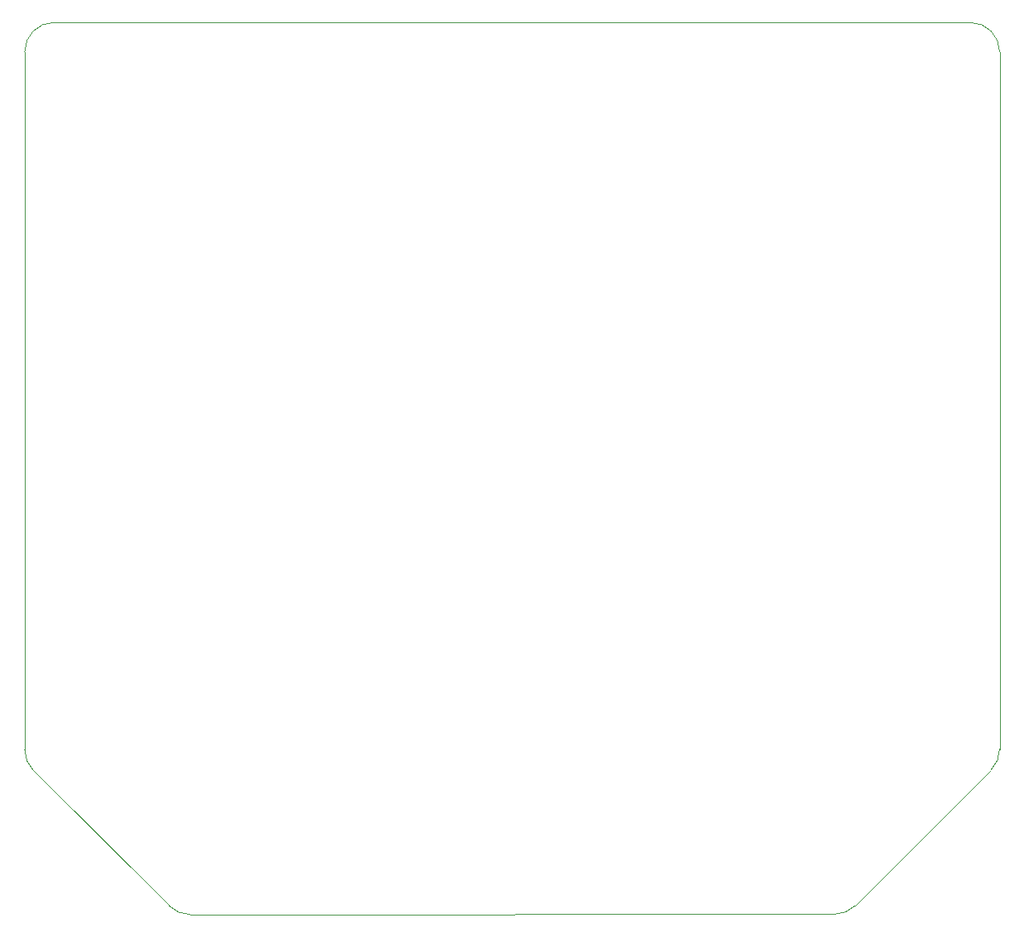
<source format=gbr>
%TF.GenerationSoftware,KiCad,Pcbnew,(5.1.10-1-10_14)*%
%TF.CreationDate,2021-10-23T10:25:26+09:00*%
%TF.ProjectId,PicoRubyMacroPad_Plate,5069636f-5275-4627-994d-6163726f5061,rev?*%
%TF.SameCoordinates,Original*%
%TF.FileFunction,Profile,NP*%
%FSLAX46Y46*%
G04 Gerber Fmt 4.6, Leading zero omitted, Abs format (unit mm)*
G04 Created by KiCad (PCBNEW (5.1.10-1-10_14)) date 2021-10-23 10:25:26*
%MOMM*%
%LPD*%
G01*
G04 APERTURE LIST*
%TA.AperFunction,Profile*%
%ADD10C,0.050000*%
%TD*%
G04 APERTURE END LIST*
D10*
X74878680Y-120021320D02*
X88800000Y-133921320D01*
X74878680Y-120021320D02*
G75*
G02*
X74000000Y-117900000I2121320J2121320D01*
G01*
X90921320Y-134800000D02*
G75*
G02*
X88800000Y-133921320I0J3000000D01*
G01*
X159021320Y-133900000D02*
G75*
G02*
X156900000Y-134778680I-2121320J2121320D01*
G01*
X173800000Y-117878680D02*
G75*
G02*
X172921320Y-120000000I-3000000J0D01*
G01*
X159021320Y-133900000D02*
X172921320Y-120000000D01*
X74000000Y-68800000D02*
X74000000Y-46400000D01*
X170800000Y-43400000D02*
G75*
G02*
X173800000Y-46400000I0J-3000000D01*
G01*
X74000000Y-46400000D02*
G75*
G02*
X77000000Y-43400000I3000000J0D01*
G01*
X74000000Y-68800000D02*
X74000000Y-117900000D01*
X170800000Y-43400000D02*
X77000000Y-43400000D01*
X173800000Y-117878680D02*
X173800000Y-46400000D01*
X90921320Y-134800000D02*
X156900000Y-134778680D01*
M02*

</source>
